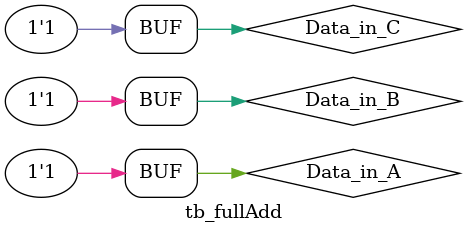
<source format=v>
module half_adder(
    Data_in_A,
    Data_in_B,
    Data_out_Sum,
    Data_out_Carry
    );

    //what are the input ports.
    input Data_in_A;
    input Data_in_B;
    //What are the output ports.
    output Data_out_Sum;
     output Data_out_Carry;
     
     //Implement the Sum and Carry equations using Verilog Bit operators.
     assign Data_out_Sum = Data_in_A ^ Data_in_B;  //XOR operation
     assign Data_out_Carry = Data_in_A & Data_in_B; //AND operation
    
endmodule


//declare the Full adder verilog module.
module full_adder(
    Data_in_A,  //input A
    Data_in_B,  //input B
    Data_in_C,  //input C
     Data_out_Sum,
     Data_out_Carry
    );

    //what are the input ports.
    input Data_in_A;
    input Data_in_B;
     input Data_in_C;
    //What are the output ports.
    output Data_out_Sum;
     output Data_out_Carry;
     //Internal variables
     wire ha1_sum;
     wire ha2_sum;
     wire ha1_carry;
     wire ha2_carry;
     wire Data_out_Sum;
     wire Data_out_Carry;

     //Instantiate the half adder 1
    half_adder  ha1(
        .Data_in_A(Data_in_A),
        .Data_in_B(Data_in_B),
        .Data_out_Sum(ha1_sum),
        .Data_out_Carry(ha1_carry)
    );
    
    //Instantiate the half adder 2
    half_adder  ha2(
        .Data_in_A(Data_in_C),
        .Data_in_B(ha1_sum),
        .Data_out_Sum(ha2_sum),
        .Data_out_Carry(ha2_carry)
    );

    //sum output from 2nd half adder is connected to full adder output
    assign Data_out_Sum = ha2_sum;  
    //The carry's from both the half adders are OR'ed to get the final carry./
    assign Data_out_Carry = ha1_carry | ha2_carry;
    
endmodule

module tb_fullAdd;

    // Inputs
    reg Data_in_A;
    reg Data_in_B;
    reg Data_in_C;

    // Outputs
    wire Data_out_Sum;
    wire Data_out_Carry;

    // Instantiate the Unit Under Test (UUT)
    full_adder uut (
        .Data_in_A(Data_in_A), 
        .Data_in_B(Data_in_B), 
        .Data_in_C(Data_in_C), 
        .Data_out_Sum(Data_out_Sum), 
        .Data_out_Carry(Data_out_Carry)
    );

    initial begin
        //Apply inputs. 8 combinations of inputs are possible.
        //They are given below.
        Data_in_A = 0;  Data_in_B = 0;  Data_in_C = 0;  #100;
        Data_in_A = 0;  Data_in_B = 0;  Data_in_C = 1;  #100;
        Data_in_A = 0;  Data_in_B = 1;  Data_in_C = 0;  #100;
        Data_in_A = 0;  Data_in_B = 1;  Data_in_C = 1;  #100;
        Data_in_A = 1;  Data_in_B = 0;  Data_in_C = 0;  #100;
        Data_in_A = 1;  Data_in_B = 0;  Data_in_C = 1;  #100;
        Data_in_A = 1;  Data_in_B = 1;  Data_in_C = 0;  #100;
        Data_in_A = 1;  Data_in_B = 1;  Data_in_C = 1;  #100;
    end
      
endmodule

</source>
